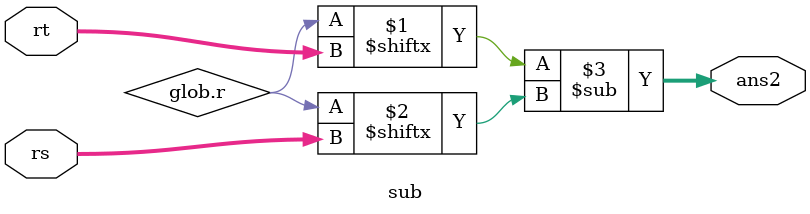
<source format=v>
module sub
(
	input [4:0] rt, rs,
	output [31:0] ans2
);

assign ans2 = glob.r[rt] - glob.r[rs];

endmodule
</source>
